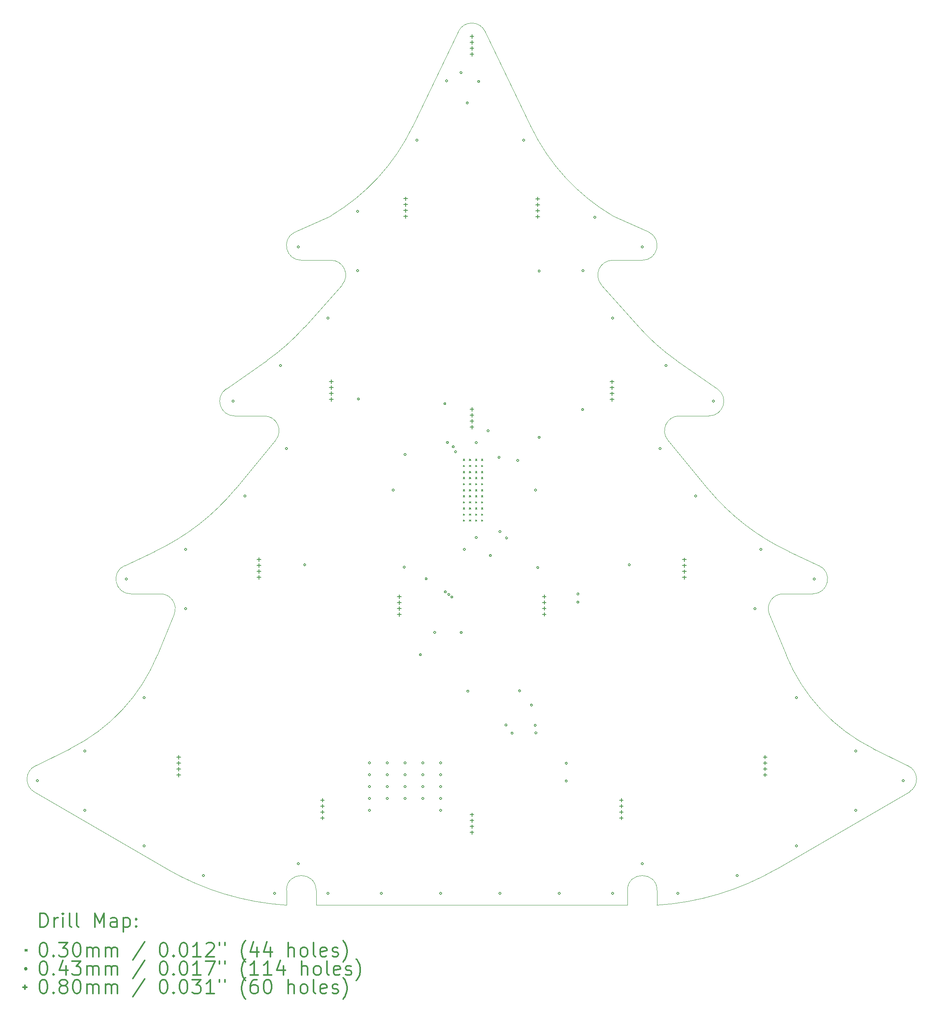
<source format=gbr>
%FSLAX45Y45*%
G04 Gerber Fmt 4.5, Leading zero omitted, Abs format (unit mm)*
G04 Created by KiCad (PCBNEW (2017-08-01 revision 9cbcb3224)-makepkg) date 08/23/17 20:39:25*
%MOMM*%
%LPD*%
G01*
G04 APERTURE LIST*
%ADD10C,0.100000*%
%ADD11C,0.200000*%
%ADD12C,0.300000*%
G04 APERTURE END LIST*
D10*
X7239696Y-9215229D02*
G75*
G02X6442630Y-9922993I-3397946J3023979D01*
G01*
X5565207Y-10534523D02*
X6442630Y-9922993D01*
X5746750Y-11112500D02*
G75*
G02X5565207Y-10534523I0J317500D01*
G01*
X6381750Y-11112500D02*
X5746750Y-11112500D01*
X6858000Y-21272500D02*
G75*
G02X7493000Y-21272500I317500J0D01*
G01*
X7493000Y-21590000D02*
X7493000Y-21272500D01*
X1459714Y-19165758D02*
G75*
G02X1478736Y-18606536I159536J274508D01*
G01*
X4302743Y-20818045D02*
X1459714Y-19165758D01*
X13843000Y-6826250D02*
G75*
G02X12096750Y-4921250I2275965J3839165D01*
G01*
X11114668Y-2882424D02*
X12096750Y-4921250D01*
X14160500Y-21590000D02*
X7493000Y-21590000D01*
X14160500Y-21272500D02*
X14160500Y-21590000D01*
X16088293Y-10534523D02*
G75*
G02X15906750Y-11112500I-181543J-260478D01*
G01*
X15210870Y-9922993D02*
X16088293Y-10534523D01*
X15026713Y-11631899D02*
G75*
G02X15271750Y-11112500I245037J201899D01*
G01*
X15906750Y-11112500D02*
X15271750Y-11112500D01*
X4092471Y-16237419D02*
G75*
G02X2223191Y-18239128I-3584471J1473669D01*
G01*
X1478736Y-18606536D02*
X2223191Y-18239128D01*
X7175500Y-7778750D02*
G75*
G02X7030429Y-7178831I0J317500D01*
G01*
X7810500Y-7778750D02*
X7175500Y-7778750D01*
X17200599Y-15360728D02*
G75*
G02X17494250Y-14922500I293651J120728D01*
G01*
X18129250Y-14922500D02*
X17494250Y-14922500D01*
X6858000Y-21590000D02*
G75*
G02X4302743Y-20818045I371285J5844064D01*
G01*
X6858000Y-21272500D02*
X6858000Y-21590000D01*
X9556750Y-4921250D02*
G75*
G02X7810500Y-6826250I-4022215J1934166D01*
G01*
X7030429Y-7178831D02*
X7810500Y-6826250D01*
X14623071Y-7178831D02*
G75*
G02X14478000Y-7778750I-145071J-282419D01*
G01*
X13843000Y-6826250D02*
X14623071Y-7178831D01*
X13605822Y-8307325D02*
G75*
G02X13843000Y-7778750I237178J211075D01*
G01*
X14478000Y-7778750D02*
X13843000Y-7778750D01*
X10538832Y-2882424D02*
G75*
G02X11114668Y-2882424I287918J-133826D01*
G01*
X9556750Y-4921250D02*
X10538832Y-2882424D01*
X19430309Y-18239128D02*
G75*
G02X17561029Y-16237419I1715191J3475378D01*
G01*
X17200599Y-15360728D02*
X17561029Y-16237419D01*
X17617768Y-14015309D02*
G75*
G02X15881011Y-12668730I2113116J4518686D01*
G01*
X15026713Y-11631899D02*
X15881011Y-12668730D01*
X18263746Y-14317394D02*
G75*
G02X18129250Y-14922500I-134496J-287606D01*
G01*
X17617768Y-14015309D02*
X18263746Y-14317394D01*
X17350757Y-20818045D02*
G75*
G02X14795500Y-21590000I-2926541J5072109D01*
G01*
X20193786Y-19165758D02*
X17350757Y-20818045D01*
X6381750Y-11112500D02*
G75*
G02X6626787Y-11631899I0J-317500D01*
G01*
X5772489Y-12668730D02*
X6626787Y-11631899D01*
X7810500Y-7778750D02*
G75*
G02X8047678Y-8307325I0J-317500D01*
G01*
X7239696Y-9215229D02*
X8047678Y-8307325D01*
X15210870Y-9922993D02*
G75*
G02X14413804Y-9215229I2600880J3731743D01*
G01*
X13605822Y-8307325D02*
X14413804Y-9215229D01*
X14160500Y-21272500D02*
G75*
G02X14795500Y-21272500I317500J0D01*
G01*
X14795500Y-21590000D02*
X14795500Y-21272500D01*
X20174764Y-18606536D02*
G75*
G02X20193786Y-19165758I-140514J-284714D01*
G01*
X19430309Y-18239128D02*
X20174764Y-18606536D01*
X4159250Y-14922500D02*
G75*
G02X4452901Y-15360728I0J-317500D01*
G01*
X4092471Y-16237419D02*
X4452901Y-15360728D01*
X3524250Y-14922500D02*
G75*
G02X3389754Y-14317394I0J317500D01*
G01*
X4159250Y-14922500D02*
X3524250Y-14922500D01*
X5772489Y-12668730D02*
G75*
G02X4035732Y-14015309I-3849873J3172106D01*
G01*
X3389754Y-14317394D02*
X4035732Y-14015309D01*
D11*
X10645758Y-12038261D02*
X10675758Y-12068261D01*
X10675758Y-12038261D02*
X10645758Y-12068261D01*
X10645758Y-12168261D02*
X10675758Y-12198261D01*
X10675758Y-12168261D02*
X10645758Y-12198261D01*
X10645758Y-12298261D02*
X10675758Y-12328261D01*
X10675758Y-12298261D02*
X10645758Y-12328261D01*
X10645758Y-12428261D02*
X10675758Y-12458261D01*
X10675758Y-12428261D02*
X10645758Y-12458261D01*
X10645758Y-12558261D02*
X10675758Y-12588261D01*
X10675758Y-12558261D02*
X10645758Y-12588261D01*
X10645758Y-12688261D02*
X10675758Y-12718261D01*
X10675758Y-12688261D02*
X10645758Y-12718261D01*
X10645758Y-12818261D02*
X10675758Y-12848261D01*
X10675758Y-12818261D02*
X10645758Y-12848261D01*
X10645758Y-12948261D02*
X10675758Y-12978261D01*
X10675758Y-12948261D02*
X10645758Y-12978261D01*
X10645758Y-13078261D02*
X10675758Y-13108261D01*
X10675758Y-13078261D02*
X10645758Y-13108261D01*
X10645758Y-13208261D02*
X10675758Y-13238261D01*
X10675758Y-13208261D02*
X10645758Y-13238261D01*
X10645758Y-13338261D02*
X10675758Y-13368261D01*
X10675758Y-13338261D02*
X10645758Y-13368261D01*
X10775758Y-12038261D02*
X10805758Y-12068261D01*
X10805758Y-12038261D02*
X10775758Y-12068261D01*
X10775758Y-12168261D02*
X10805758Y-12198261D01*
X10805758Y-12168261D02*
X10775758Y-12198261D01*
X10775758Y-12298261D02*
X10805758Y-12328261D01*
X10805758Y-12298261D02*
X10775758Y-12328261D01*
X10775758Y-12428261D02*
X10805758Y-12458261D01*
X10805758Y-12428261D02*
X10775758Y-12458261D01*
X10775758Y-12558261D02*
X10805758Y-12588261D01*
X10805758Y-12558261D02*
X10775758Y-12588261D01*
X10775758Y-12688261D02*
X10805758Y-12718261D01*
X10805758Y-12688261D02*
X10775758Y-12718261D01*
X10775758Y-12818261D02*
X10805758Y-12848261D01*
X10805758Y-12818261D02*
X10775758Y-12848261D01*
X10775758Y-12948261D02*
X10805758Y-12978261D01*
X10805758Y-12948261D02*
X10775758Y-12978261D01*
X10775758Y-13078261D02*
X10805758Y-13108261D01*
X10805758Y-13078261D02*
X10775758Y-13108261D01*
X10775758Y-13208261D02*
X10805758Y-13238261D01*
X10805758Y-13208261D02*
X10775758Y-13238261D01*
X10775758Y-13338261D02*
X10805758Y-13368261D01*
X10805758Y-13338261D02*
X10775758Y-13368261D01*
X10905758Y-12038261D02*
X10935758Y-12068261D01*
X10935758Y-12038261D02*
X10905758Y-12068261D01*
X10905758Y-12168261D02*
X10935758Y-12198261D01*
X10935758Y-12168261D02*
X10905758Y-12198261D01*
X10905758Y-12298261D02*
X10935758Y-12328261D01*
X10935758Y-12298261D02*
X10905758Y-12328261D01*
X10905758Y-12428261D02*
X10935758Y-12458261D01*
X10935758Y-12428261D02*
X10905758Y-12458261D01*
X10905758Y-12558261D02*
X10935758Y-12588261D01*
X10935758Y-12558261D02*
X10905758Y-12588261D01*
X10905758Y-12688261D02*
X10935758Y-12718261D01*
X10935758Y-12688261D02*
X10905758Y-12718261D01*
X10905758Y-12818261D02*
X10935758Y-12848261D01*
X10935758Y-12818261D02*
X10905758Y-12848261D01*
X10905758Y-12948261D02*
X10935758Y-12978261D01*
X10935758Y-12948261D02*
X10905758Y-12978261D01*
X10905758Y-13078261D02*
X10935758Y-13108261D01*
X10935758Y-13078261D02*
X10905758Y-13108261D01*
X10905758Y-13208261D02*
X10935758Y-13238261D01*
X10935758Y-13208261D02*
X10905758Y-13238261D01*
X10905758Y-13338261D02*
X10935758Y-13368261D01*
X10935758Y-13338261D02*
X10905758Y-13368261D01*
X11035758Y-12038261D02*
X11065758Y-12068261D01*
X11065758Y-12038261D02*
X11035758Y-12068261D01*
X11035758Y-12168261D02*
X11065758Y-12198261D01*
X11065758Y-12168261D02*
X11035758Y-12198261D01*
X11035758Y-12298261D02*
X11065758Y-12328261D01*
X11065758Y-12298261D02*
X11035758Y-12328261D01*
X11035758Y-12428261D02*
X11065758Y-12458261D01*
X11065758Y-12428261D02*
X11035758Y-12458261D01*
X11035758Y-12558261D02*
X11065758Y-12588261D01*
X11065758Y-12558261D02*
X11035758Y-12588261D01*
X11035758Y-12688261D02*
X11065758Y-12718261D01*
X11065758Y-12688261D02*
X11035758Y-12718261D01*
X11035758Y-12818261D02*
X11065758Y-12848261D01*
X11065758Y-12818261D02*
X11035758Y-12848261D01*
X11035758Y-12948261D02*
X11065758Y-12978261D01*
X11065758Y-12948261D02*
X11035758Y-12978261D01*
X11035758Y-13078261D02*
X11065758Y-13108261D01*
X11065758Y-13078261D02*
X11035758Y-13108261D01*
X11035758Y-13208261D02*
X11065758Y-13238261D01*
X11065758Y-13208261D02*
X11035758Y-13238261D01*
X11035758Y-13338261D02*
X11065758Y-13368261D01*
X11065758Y-13338261D02*
X11035758Y-13368261D01*
X9746600Y-16225000D02*
G75*
G03X9746600Y-16225000I-21600J0D01*
G01*
X10054600Y-15748000D02*
G75*
G03X10054600Y-15748000I-21600J0D01*
G01*
X10281600Y-14880000D02*
G75*
G03X10281600Y-14880000I-21600J0D01*
G01*
X10326900Y-11680000D02*
G75*
G03X10326900Y-11680000I-21600J0D01*
G01*
X10356300Y-14935840D02*
G75*
G03X10356300Y-14935840I-21600J0D01*
G01*
X10421600Y-14990000D02*
G75*
G03X10421600Y-14990000I-21600J0D01*
G01*
X10450426Y-11771174D02*
G75*
G03X10450426Y-11771174I-21600J0D01*
G01*
X10501600Y-11880000D02*
G75*
G03X10501600Y-11880000I-21600J0D01*
G01*
X10617601Y-3760000D02*
G75*
G03X10617601Y-3760000I-21600J0D01*
G01*
X10621600Y-15750000D02*
G75*
G03X10621600Y-15750000I-21600J0D01*
G01*
X10751600Y-4410000D02*
G75*
G03X10751600Y-4410000I-21600J0D01*
G01*
X10764251Y-17007350D02*
G75*
G03X10764251Y-17007350I-21600J0D01*
G01*
X10996600Y-3950000D02*
G75*
G03X10996600Y-3950000I-21600J0D01*
G01*
X11431600Y-12000000D02*
G75*
G03X11431600Y-12000000I-21600J0D01*
G01*
X11451600Y-13589000D02*
G75*
G03X11451600Y-13589000I-21600J0D01*
G01*
X11580425Y-17731175D02*
G75*
G03X11580425Y-17731175I-21600J0D01*
G01*
X11711600Y-17905000D02*
G75*
G03X11711600Y-17905000I-21600J0D01*
G01*
X11832600Y-12065000D02*
G75*
G03X11832600Y-12065000I-21600J0D01*
G01*
X11871600Y-17000000D02*
G75*
G03X11871600Y-17000000I-21600J0D01*
G01*
X12207017Y-17738262D02*
G75*
G03X12207017Y-17738262I-21600J0D01*
G01*
X12221600Y-17900000D02*
G75*
G03X12221600Y-17900000I-21600J0D01*
G01*
X12871600Y-18550000D02*
G75*
G03X12871600Y-18550000I-21600J0D01*
G01*
X12871600Y-18930000D02*
G75*
G03X12871600Y-18930000I-21600J0D01*
G01*
X13121600Y-14925000D02*
G75*
G03X13121600Y-14925000I-21600J0D01*
G01*
X13121600Y-15100000D02*
G75*
G03X13121600Y-15100000I-21600J0D01*
G01*
X14221600Y-14300000D02*
G75*
G03X14221600Y-14300000I-21600J0D01*
G01*
X13864600Y-9017000D02*
G75*
G03X13864600Y-9017000I-21600J0D01*
G01*
X15642600Y-12827000D02*
G75*
G03X15642600Y-12827000I-21600J0D01*
G01*
X9038600Y-18542000D02*
G75*
G03X9038600Y-18542000I-21600J0D01*
G01*
X17801600Y-17145000D02*
G75*
G03X17801600Y-17145000I-21600J0D01*
G01*
X9419600Y-19050000D02*
G75*
G03X9419600Y-19050000I-21600J0D01*
G01*
X10181600Y-19050000D02*
G75*
G03X10181600Y-19050000I-21600J0D01*
G01*
X19071600Y-19558000D02*
G75*
G03X19071600Y-19558000I-21600J0D01*
G01*
X9800600Y-18542000D02*
G75*
G03X9800600Y-18542000I-21600J0D01*
G01*
X14499600Y-20701000D02*
G75*
G03X14499600Y-20701000I-21600J0D01*
G01*
X8657600Y-19558000D02*
G75*
G03X8657600Y-19558000I-21600J0D01*
G01*
X10181600Y-21336000D02*
G75*
G03X10181600Y-21336000I-21600J0D01*
G01*
X3831600Y-20320000D02*
G75*
G03X3831600Y-20320000I-21600J0D01*
G01*
X3831600Y-17145000D02*
G75*
G03X3831600Y-17145000I-21600J0D01*
G01*
X10271600Y-10850000D02*
G75*
G03X10271600Y-10850000I-21600J0D01*
G01*
X11246600Y-14100000D02*
G75*
G03X11246600Y-14100000I-21600J0D01*
G01*
X9401600Y-14350000D02*
G75*
G03X9401600Y-14350000I-21600J0D01*
G01*
X9165600Y-12700000D02*
G75*
G03X9165600Y-12700000I-21600J0D01*
G01*
X4720600Y-15240000D02*
G75*
G03X4720600Y-15240000I-21600J0D01*
G01*
X6879600Y-11811000D02*
G75*
G03X6879600Y-11811000I-21600J0D01*
G01*
X8403600Y-8001000D02*
G75*
G03X8403600Y-8001000I-21600J0D01*
G01*
X10308600Y-3937000D02*
G75*
G03X10308600Y-3937000I-21600J0D01*
G01*
X9800600Y-19304000D02*
G75*
G03X9800600Y-19304000I-21600J0D01*
G01*
X12126600Y-17305000D02*
G75*
G03X12126600Y-17305000I-21600J0D01*
G01*
X13229600Y-8001000D02*
G75*
G03X13229600Y-8001000I-21600J0D01*
G01*
X14880600Y-11811000D02*
G75*
G03X14880600Y-11811000I-21600J0D01*
G01*
X10181600Y-19304000D02*
G75*
G03X10181600Y-19304000I-21600J0D01*
G01*
X16912600Y-15240000D02*
G75*
G03X16912600Y-15240000I-21600J0D01*
G01*
X9800600Y-18796000D02*
G75*
G03X9800600Y-18796000I-21600J0D01*
G01*
X9800600Y-19050000D02*
G75*
G03X9800600Y-19050000I-21600J0D01*
G01*
X20087600Y-18923000D02*
G75*
G03X20087600Y-18923000I-21600J0D01*
G01*
X10181600Y-18542000D02*
G75*
G03X10181600Y-18542000I-21600J0D01*
G01*
X15261600Y-21336000D02*
G75*
G03X15261600Y-21336000I-21600J0D01*
G01*
X8657600Y-18542000D02*
G75*
G03X8657600Y-18542000I-21600J0D01*
G01*
X11451600Y-21336000D02*
G75*
G03X11451600Y-21336000I-21600J0D01*
G01*
X5101600Y-20955000D02*
G75*
G03X5101600Y-20955000I-21600J0D01*
G01*
X7133600Y-20701000D02*
G75*
G03X7133600Y-20701000I-21600J0D01*
G01*
X2561600Y-18288000D02*
G75*
G03X2561600Y-18288000I-21600J0D01*
G01*
X8421600Y-10750000D02*
G75*
G03X8421600Y-10750000I-21600J0D01*
G01*
X11591600Y-13725000D02*
G75*
G03X11591600Y-13725000I-21600J0D01*
G01*
X10943600Y-11684000D02*
G75*
G03X10943600Y-11684000I-21600J0D01*
G01*
X12213600Y-12700000D02*
G75*
G03X12213600Y-12700000I-21600J0D01*
G01*
X5990600Y-12827000D02*
G75*
G03X5990600Y-12827000I-21600J0D01*
G01*
X7768600Y-9017000D02*
G75*
G03X7768600Y-9017000I-21600J0D01*
G01*
X9673600Y-5207000D02*
G75*
G03X9673600Y-5207000I-21600J0D01*
G01*
X9038600Y-19304000D02*
G75*
G03X9038600Y-19304000I-21600J0D01*
G01*
X14499600Y-7493000D02*
G75*
G03X14499600Y-7493000I-21600J0D01*
G01*
X16023600Y-10795000D02*
G75*
G03X16023600Y-10795000I-21600J0D01*
G01*
X18182600Y-14605000D02*
G75*
G03X18182600Y-14605000I-21600J0D01*
G01*
X9038600Y-18796000D02*
G75*
G03X9038600Y-18796000I-21600J0D01*
G01*
X9038600Y-19050000D02*
G75*
G03X9038600Y-19050000I-21600J0D01*
G01*
X19071600Y-18288000D02*
G75*
G03X19071600Y-18288000I-21600J0D01*
G01*
X10181600Y-18796000D02*
G75*
G03X10181600Y-18796000I-21600J0D01*
G01*
X16531600Y-20955000D02*
G75*
G03X16531600Y-20955000I-21600J0D01*
G01*
X8657600Y-18796000D02*
G75*
G03X8657600Y-18796000I-21600J0D01*
G01*
X12721600Y-21336000D02*
G75*
G03X12721600Y-21336000I-21600J0D01*
G01*
X10181600Y-19558000D02*
G75*
G03X10181600Y-19558000I-21600J0D01*
G01*
X7768600Y-21336000D02*
G75*
G03X7768600Y-21336000I-21600J0D01*
G01*
X1545600Y-18923000D02*
G75*
G03X1545600Y-18923000I-21600J0D01*
G01*
X7271600Y-14300000D02*
G75*
G03X7271600Y-14300000I-21600J0D01*
G01*
X10943600Y-13716000D02*
G75*
G03X10943600Y-13716000I-21600J0D01*
G01*
X12291600Y-8010000D02*
G75*
G03X12291600Y-8010000I-21600J0D01*
G01*
X12291600Y-11570000D02*
G75*
G03X12291600Y-11570000I-21600J0D01*
G01*
X11197600Y-11430000D02*
G75*
G03X11197600Y-11430000I-21600J0D01*
G01*
X4720600Y-13970000D02*
G75*
G03X4720600Y-13970000I-21600J0D01*
G01*
X6752600Y-10033000D02*
G75*
G03X6752600Y-10033000I-21600J0D01*
G01*
X8403600Y-6731000D02*
G75*
G03X8403600Y-6731000I-21600J0D01*
G01*
X8657600Y-19304000D02*
G75*
G03X8657600Y-19304000I-21600J0D01*
G01*
X13483600Y-6858000D02*
G75*
G03X13483600Y-6858000I-21600J0D01*
G01*
X15007600Y-10033000D02*
G75*
G03X15007600Y-10033000I-21600J0D01*
G01*
X17039600Y-13970000D02*
G75*
G03X17039600Y-13970000I-21600J0D01*
G01*
X9419600Y-19304000D02*
G75*
G03X9419600Y-19304000I-21600J0D01*
G01*
X9419600Y-18796000D02*
G75*
G03X9419600Y-18796000I-21600J0D01*
G01*
X8657600Y-19050000D02*
G75*
G03X8657600Y-19050000I-21600J0D01*
G01*
X17801600Y-20320000D02*
G75*
G03X17801600Y-20320000I-21600J0D01*
G01*
X9419600Y-18542000D02*
G75*
G03X9419600Y-18542000I-21600J0D01*
G01*
X13864600Y-21336000D02*
G75*
G03X13864600Y-21336000I-21600J0D01*
G01*
X8911600Y-21336000D02*
G75*
G03X8911600Y-21336000I-21600J0D01*
G01*
X2561600Y-19558000D02*
G75*
G03X2561600Y-19558000I-21600J0D01*
G01*
X9871600Y-14600000D02*
G75*
G03X9871600Y-14600000I-21600J0D01*
G01*
X13221600Y-10975000D02*
G75*
G03X13221600Y-10975000I-21600J0D01*
G01*
X10689600Y-13970000D02*
G75*
G03X10689600Y-13970000I-21600J0D01*
G01*
X12261600Y-14360000D02*
G75*
G03X12261600Y-14360000I-21600J0D01*
G01*
X9419600Y-11938000D02*
G75*
G03X9419600Y-11938000I-21600J0D01*
G01*
X3450600Y-14605000D02*
G75*
G03X3450600Y-14605000I-21600J0D01*
G01*
X5736600Y-10795000D02*
G75*
G03X5736600Y-10795000I-21600J0D01*
G01*
X7133600Y-7493000D02*
G75*
G03X7133600Y-7493000I-21600J0D01*
G01*
X6625600Y-21336000D02*
G75*
G03X6625600Y-21336000I-21600J0D01*
G01*
X11959600Y-5207000D02*
G75*
G03X11959600Y-5207000I-21600J0D01*
G01*
X6268109Y-14145900D02*
X6268109Y-14225900D01*
X6228109Y-14185900D02*
X6308109Y-14185900D01*
X6268109Y-14272900D02*
X6268109Y-14352900D01*
X6228109Y-14312900D02*
X6308109Y-14312900D01*
X6268109Y-14399900D02*
X6268109Y-14479900D01*
X6228109Y-14439900D02*
X6308109Y-14439900D01*
X6268109Y-14526900D02*
X6268109Y-14606900D01*
X6228109Y-14566900D02*
X6308109Y-14566900D01*
X10830000Y-2944050D02*
X10830000Y-3024050D01*
X10790000Y-2984050D02*
X10870000Y-2984050D01*
X10830000Y-3071050D02*
X10830000Y-3151050D01*
X10790000Y-3111050D02*
X10870000Y-3111050D01*
X10830000Y-3198050D02*
X10830000Y-3278050D01*
X10790000Y-3238050D02*
X10870000Y-3238050D01*
X10830000Y-3325050D02*
X10830000Y-3405050D01*
X10790000Y-3365050D02*
X10870000Y-3365050D01*
X10830000Y-19609500D02*
X10830000Y-19689500D01*
X10790000Y-19649500D02*
X10870000Y-19649500D01*
X10830000Y-19736500D02*
X10830000Y-19816500D01*
X10790000Y-19776500D02*
X10870000Y-19776500D01*
X10830000Y-19863500D02*
X10830000Y-19943500D01*
X10790000Y-19903500D02*
X10870000Y-19903500D01*
X10830000Y-19990500D02*
X10830000Y-20070500D01*
X10790000Y-20030500D02*
X10870000Y-20030500D01*
X4550110Y-18379950D02*
X4550110Y-18459950D01*
X4510110Y-18419950D02*
X4590110Y-18419950D01*
X4550110Y-18506950D02*
X4550110Y-18586950D01*
X4510110Y-18546950D02*
X4590110Y-18546950D01*
X4550110Y-18633950D02*
X4550110Y-18713950D01*
X4510110Y-18673950D02*
X4590110Y-18673950D01*
X4550110Y-18760950D02*
X4550110Y-18840950D01*
X4510110Y-18800950D02*
X4590110Y-18800950D01*
X13830000Y-10339500D02*
X13830000Y-10419500D01*
X13790000Y-10379500D02*
X13870000Y-10379500D01*
X13830000Y-10466500D02*
X13830000Y-10546500D01*
X13790000Y-10506500D02*
X13870000Y-10506500D01*
X13830000Y-10593500D02*
X13830000Y-10673500D01*
X13790000Y-10633500D02*
X13870000Y-10633500D01*
X13830000Y-10720500D02*
X13830000Y-10800500D01*
X13790000Y-10760500D02*
X13870000Y-10760500D01*
X12240000Y-6421550D02*
X12240000Y-6501550D01*
X12200000Y-6461550D02*
X12280000Y-6461550D01*
X12240000Y-6548550D02*
X12240000Y-6628550D01*
X12200000Y-6588550D02*
X12280000Y-6588550D01*
X12240000Y-6675550D02*
X12240000Y-6755550D01*
X12200000Y-6715550D02*
X12280000Y-6715550D01*
X12240000Y-6802550D02*
X12240000Y-6882550D01*
X12200000Y-6842550D02*
X12280000Y-6842550D01*
X10830000Y-10929500D02*
X10830000Y-11009500D01*
X10790000Y-10969500D02*
X10870000Y-10969500D01*
X10830000Y-11056500D02*
X10830000Y-11136500D01*
X10790000Y-11096500D02*
X10870000Y-11096500D01*
X10830000Y-11183500D02*
X10830000Y-11263500D01*
X10790000Y-11223500D02*
X10870000Y-11223500D01*
X10830000Y-11310500D02*
X10830000Y-11390500D01*
X10790000Y-11350500D02*
X10870000Y-11350500D01*
X15381309Y-14148450D02*
X15381309Y-14228450D01*
X15341309Y-14188450D02*
X15421309Y-14188450D01*
X15381309Y-14275450D02*
X15381309Y-14355450D01*
X15341309Y-14315450D02*
X15421309Y-14315450D01*
X15381309Y-14402450D02*
X15381309Y-14482450D01*
X15341309Y-14442450D02*
X15421309Y-14442450D01*
X15381309Y-14529450D02*
X15381309Y-14609450D01*
X15341309Y-14569450D02*
X15421309Y-14569450D01*
X17110000Y-18376000D02*
X17110000Y-18456000D01*
X17070000Y-18416000D02*
X17150000Y-18416000D01*
X17110000Y-18503000D02*
X17110000Y-18583000D01*
X17070000Y-18543000D02*
X17150000Y-18543000D01*
X17110000Y-18630000D02*
X17110000Y-18710000D01*
X17070000Y-18670000D02*
X17150000Y-18670000D01*
X17110000Y-18757000D02*
X17110000Y-18837000D01*
X17070000Y-18797000D02*
X17150000Y-18797000D01*
X7820000Y-10335900D02*
X7820000Y-10415900D01*
X7780000Y-10375900D02*
X7860000Y-10375900D01*
X7820000Y-10462900D02*
X7820000Y-10542900D01*
X7780000Y-10502900D02*
X7860000Y-10502900D01*
X7820000Y-10589900D02*
X7820000Y-10669900D01*
X7780000Y-10629900D02*
X7860000Y-10629900D01*
X7820000Y-10716900D02*
X7820000Y-10796900D01*
X7780000Y-10756900D02*
X7860000Y-10756900D01*
X9410000Y-6419500D02*
X9410000Y-6499500D01*
X9370000Y-6459500D02*
X9450000Y-6459500D01*
X9410000Y-6546500D02*
X9410000Y-6626500D01*
X9370000Y-6586500D02*
X9450000Y-6586500D01*
X9410000Y-6673500D02*
X9410000Y-6753500D01*
X9370000Y-6713500D02*
X9450000Y-6713500D01*
X9410000Y-6800500D02*
X9410000Y-6880500D01*
X9370000Y-6840500D02*
X9450000Y-6840500D01*
X7630000Y-19299500D02*
X7630000Y-19379500D01*
X7590000Y-19339500D02*
X7670000Y-19339500D01*
X7630000Y-19426500D02*
X7630000Y-19506500D01*
X7590000Y-19466500D02*
X7670000Y-19466500D01*
X7630000Y-19553500D02*
X7630000Y-19633500D01*
X7590000Y-19593500D02*
X7670000Y-19593500D01*
X7630000Y-19680500D02*
X7630000Y-19760500D01*
X7590000Y-19720500D02*
X7670000Y-19720500D01*
X12380000Y-14939500D02*
X12380000Y-15019500D01*
X12340000Y-14979500D02*
X12420000Y-14979500D01*
X12380000Y-15066500D02*
X12380000Y-15146500D01*
X12340000Y-15106500D02*
X12420000Y-15106500D01*
X12380000Y-15193500D02*
X12380000Y-15273500D01*
X12340000Y-15233500D02*
X12420000Y-15233500D01*
X12380000Y-15320500D02*
X12380000Y-15400500D01*
X12340000Y-15360500D02*
X12420000Y-15360500D01*
X14030000Y-19299500D02*
X14030000Y-19379500D01*
X13990000Y-19339500D02*
X14070000Y-19339500D01*
X14030000Y-19426500D02*
X14030000Y-19506500D01*
X13990000Y-19466500D02*
X14070000Y-19466500D01*
X14030000Y-19553500D02*
X14030000Y-19633500D01*
X13990000Y-19593500D02*
X14070000Y-19593500D01*
X14030000Y-19680500D02*
X14030000Y-19760500D01*
X13990000Y-19720500D02*
X14070000Y-19720500D01*
X9274200Y-14943500D02*
X9274200Y-15023500D01*
X9234200Y-14983500D02*
X9314200Y-14983500D01*
X9274200Y-15070500D02*
X9274200Y-15150500D01*
X9234200Y-15110500D02*
X9314200Y-15110500D01*
X9274200Y-15197500D02*
X9274200Y-15277500D01*
X9234200Y-15237500D02*
X9314200Y-15237500D01*
X9274200Y-15324500D02*
X9274200Y-15404500D01*
X9234200Y-15364500D02*
X9314200Y-15364500D01*
D12*
X1583178Y-22060714D02*
X1583178Y-21760714D01*
X1654607Y-21760714D01*
X1697464Y-21775000D01*
X1726036Y-21803572D01*
X1740321Y-21832143D01*
X1754607Y-21889286D01*
X1754607Y-21932143D01*
X1740321Y-21989286D01*
X1726036Y-22017857D01*
X1697464Y-22046429D01*
X1654607Y-22060714D01*
X1583178Y-22060714D01*
X1883178Y-22060714D02*
X1883178Y-21860714D01*
X1883178Y-21917857D02*
X1897464Y-21889286D01*
X1911750Y-21875000D01*
X1940321Y-21860714D01*
X1968893Y-21860714D01*
X2068893Y-22060714D02*
X2068893Y-21860714D01*
X2068893Y-21760714D02*
X2054607Y-21775000D01*
X2068893Y-21789286D01*
X2083178Y-21775000D01*
X2068893Y-21760714D01*
X2068893Y-21789286D01*
X2254607Y-22060714D02*
X2226036Y-22046429D01*
X2211750Y-22017857D01*
X2211750Y-21760714D01*
X2411750Y-22060714D02*
X2383178Y-22046429D01*
X2368893Y-22017857D01*
X2368893Y-21760714D01*
X2754607Y-22060714D02*
X2754607Y-21760714D01*
X2854607Y-21975000D01*
X2954607Y-21760714D01*
X2954607Y-22060714D01*
X3226036Y-22060714D02*
X3226036Y-21903572D01*
X3211750Y-21875000D01*
X3183178Y-21860714D01*
X3126036Y-21860714D01*
X3097464Y-21875000D01*
X3226036Y-22046429D02*
X3197464Y-22060714D01*
X3126036Y-22060714D01*
X3097464Y-22046429D01*
X3083178Y-22017857D01*
X3083178Y-21989286D01*
X3097464Y-21960714D01*
X3126036Y-21946429D01*
X3197464Y-21946429D01*
X3226036Y-21932143D01*
X3368893Y-21860714D02*
X3368893Y-22160714D01*
X3368893Y-21875000D02*
X3397464Y-21860714D01*
X3454607Y-21860714D01*
X3483178Y-21875000D01*
X3497464Y-21889286D01*
X3511750Y-21917857D01*
X3511750Y-22003572D01*
X3497464Y-22032143D01*
X3483178Y-22046429D01*
X3454607Y-22060714D01*
X3397464Y-22060714D01*
X3368893Y-22046429D01*
X3640321Y-22032143D02*
X3654607Y-22046429D01*
X3640321Y-22060714D01*
X3626036Y-22046429D01*
X3640321Y-22032143D01*
X3640321Y-22060714D01*
X3640321Y-21875000D02*
X3654607Y-21889286D01*
X3640321Y-21903572D01*
X3626036Y-21889286D01*
X3640321Y-21875000D01*
X3640321Y-21903572D01*
X1266750Y-22540000D02*
X1296750Y-22570000D01*
X1296750Y-22540000D02*
X1266750Y-22570000D01*
X1640321Y-22390714D02*
X1668893Y-22390714D01*
X1697464Y-22405000D01*
X1711750Y-22419286D01*
X1726036Y-22447857D01*
X1740321Y-22505000D01*
X1740321Y-22576429D01*
X1726036Y-22633571D01*
X1711750Y-22662143D01*
X1697464Y-22676429D01*
X1668893Y-22690714D01*
X1640321Y-22690714D01*
X1611750Y-22676429D01*
X1597464Y-22662143D01*
X1583178Y-22633571D01*
X1568893Y-22576429D01*
X1568893Y-22505000D01*
X1583178Y-22447857D01*
X1597464Y-22419286D01*
X1611750Y-22405000D01*
X1640321Y-22390714D01*
X1868893Y-22662143D02*
X1883178Y-22676429D01*
X1868893Y-22690714D01*
X1854607Y-22676429D01*
X1868893Y-22662143D01*
X1868893Y-22690714D01*
X1983178Y-22390714D02*
X2168893Y-22390714D01*
X2068893Y-22505000D01*
X2111750Y-22505000D01*
X2140321Y-22519286D01*
X2154607Y-22533571D01*
X2168893Y-22562143D01*
X2168893Y-22633571D01*
X2154607Y-22662143D01*
X2140321Y-22676429D01*
X2111750Y-22690714D01*
X2026036Y-22690714D01*
X1997464Y-22676429D01*
X1983178Y-22662143D01*
X2354607Y-22390714D02*
X2383178Y-22390714D01*
X2411750Y-22405000D01*
X2426036Y-22419286D01*
X2440321Y-22447857D01*
X2454607Y-22505000D01*
X2454607Y-22576429D01*
X2440321Y-22633571D01*
X2426036Y-22662143D01*
X2411750Y-22676429D01*
X2383178Y-22690714D01*
X2354607Y-22690714D01*
X2326036Y-22676429D01*
X2311750Y-22662143D01*
X2297464Y-22633571D01*
X2283178Y-22576429D01*
X2283178Y-22505000D01*
X2297464Y-22447857D01*
X2311750Y-22419286D01*
X2326036Y-22405000D01*
X2354607Y-22390714D01*
X2583178Y-22690714D02*
X2583178Y-22490714D01*
X2583178Y-22519286D02*
X2597464Y-22505000D01*
X2626036Y-22490714D01*
X2668893Y-22490714D01*
X2697464Y-22505000D01*
X2711750Y-22533571D01*
X2711750Y-22690714D01*
X2711750Y-22533571D02*
X2726036Y-22505000D01*
X2754607Y-22490714D01*
X2797464Y-22490714D01*
X2826036Y-22505000D01*
X2840321Y-22533571D01*
X2840321Y-22690714D01*
X2983178Y-22690714D02*
X2983178Y-22490714D01*
X2983178Y-22519286D02*
X2997464Y-22505000D01*
X3026036Y-22490714D01*
X3068893Y-22490714D01*
X3097464Y-22505000D01*
X3111750Y-22533571D01*
X3111750Y-22690714D01*
X3111750Y-22533571D02*
X3126036Y-22505000D01*
X3154607Y-22490714D01*
X3197464Y-22490714D01*
X3226036Y-22505000D01*
X3240321Y-22533571D01*
X3240321Y-22690714D01*
X3826036Y-22376429D02*
X3568893Y-22762143D01*
X4211750Y-22390714D02*
X4240321Y-22390714D01*
X4268893Y-22405000D01*
X4283178Y-22419286D01*
X4297464Y-22447857D01*
X4311750Y-22505000D01*
X4311750Y-22576429D01*
X4297464Y-22633571D01*
X4283178Y-22662143D01*
X4268893Y-22676429D01*
X4240321Y-22690714D01*
X4211750Y-22690714D01*
X4183178Y-22676429D01*
X4168893Y-22662143D01*
X4154607Y-22633571D01*
X4140321Y-22576429D01*
X4140321Y-22505000D01*
X4154607Y-22447857D01*
X4168893Y-22419286D01*
X4183178Y-22405000D01*
X4211750Y-22390714D01*
X4440321Y-22662143D02*
X4454607Y-22676429D01*
X4440321Y-22690714D01*
X4426036Y-22676429D01*
X4440321Y-22662143D01*
X4440321Y-22690714D01*
X4640321Y-22390714D02*
X4668893Y-22390714D01*
X4697464Y-22405000D01*
X4711750Y-22419286D01*
X4726036Y-22447857D01*
X4740321Y-22505000D01*
X4740321Y-22576429D01*
X4726036Y-22633571D01*
X4711750Y-22662143D01*
X4697464Y-22676429D01*
X4668893Y-22690714D01*
X4640321Y-22690714D01*
X4611750Y-22676429D01*
X4597464Y-22662143D01*
X4583178Y-22633571D01*
X4568893Y-22576429D01*
X4568893Y-22505000D01*
X4583178Y-22447857D01*
X4597464Y-22419286D01*
X4611750Y-22405000D01*
X4640321Y-22390714D01*
X5026036Y-22690714D02*
X4854607Y-22690714D01*
X4940321Y-22690714D02*
X4940321Y-22390714D01*
X4911750Y-22433571D01*
X4883178Y-22462143D01*
X4854607Y-22476429D01*
X5140321Y-22419286D02*
X5154607Y-22405000D01*
X5183178Y-22390714D01*
X5254607Y-22390714D01*
X5283178Y-22405000D01*
X5297464Y-22419286D01*
X5311750Y-22447857D01*
X5311750Y-22476429D01*
X5297464Y-22519286D01*
X5126036Y-22690714D01*
X5311750Y-22690714D01*
X5426036Y-22390714D02*
X5426036Y-22447857D01*
X5540321Y-22390714D02*
X5540321Y-22447857D01*
X5983178Y-22805000D02*
X5968893Y-22790714D01*
X5940321Y-22747857D01*
X5926036Y-22719286D01*
X5911750Y-22676429D01*
X5897464Y-22605000D01*
X5897464Y-22547857D01*
X5911750Y-22476429D01*
X5926036Y-22433571D01*
X5940321Y-22405000D01*
X5968893Y-22362143D01*
X5983178Y-22347857D01*
X6226036Y-22490714D02*
X6226036Y-22690714D01*
X6154607Y-22376429D02*
X6083178Y-22590714D01*
X6268893Y-22590714D01*
X6511750Y-22490714D02*
X6511750Y-22690714D01*
X6440321Y-22376429D02*
X6368893Y-22590714D01*
X6554607Y-22590714D01*
X6897464Y-22690714D02*
X6897464Y-22390714D01*
X7026036Y-22690714D02*
X7026036Y-22533571D01*
X7011750Y-22505000D01*
X6983178Y-22490714D01*
X6940321Y-22490714D01*
X6911750Y-22505000D01*
X6897464Y-22519286D01*
X7211750Y-22690714D02*
X7183178Y-22676429D01*
X7168893Y-22662143D01*
X7154607Y-22633571D01*
X7154607Y-22547857D01*
X7168893Y-22519286D01*
X7183178Y-22505000D01*
X7211750Y-22490714D01*
X7254607Y-22490714D01*
X7283178Y-22505000D01*
X7297464Y-22519286D01*
X7311750Y-22547857D01*
X7311750Y-22633571D01*
X7297464Y-22662143D01*
X7283178Y-22676429D01*
X7254607Y-22690714D01*
X7211750Y-22690714D01*
X7483178Y-22690714D02*
X7454607Y-22676429D01*
X7440321Y-22647857D01*
X7440321Y-22390714D01*
X7711750Y-22676429D02*
X7683178Y-22690714D01*
X7626036Y-22690714D01*
X7597464Y-22676429D01*
X7583178Y-22647857D01*
X7583178Y-22533571D01*
X7597464Y-22505000D01*
X7626036Y-22490714D01*
X7683178Y-22490714D01*
X7711750Y-22505000D01*
X7726036Y-22533571D01*
X7726036Y-22562143D01*
X7583178Y-22590714D01*
X7840321Y-22676429D02*
X7868893Y-22690714D01*
X7926036Y-22690714D01*
X7954607Y-22676429D01*
X7968893Y-22647857D01*
X7968893Y-22633571D01*
X7954607Y-22605000D01*
X7926036Y-22590714D01*
X7883178Y-22590714D01*
X7854607Y-22576429D01*
X7840321Y-22547857D01*
X7840321Y-22533571D01*
X7854607Y-22505000D01*
X7883178Y-22490714D01*
X7926036Y-22490714D01*
X7954607Y-22505000D01*
X8068893Y-22805000D02*
X8083178Y-22790714D01*
X8111750Y-22747857D01*
X8126036Y-22719286D01*
X8140321Y-22676429D01*
X8154607Y-22605000D01*
X8154607Y-22547857D01*
X8140321Y-22476429D01*
X8126036Y-22433571D01*
X8111750Y-22405000D01*
X8083178Y-22362143D01*
X8068893Y-22347857D01*
X1296750Y-22951000D02*
G75*
G03X1296750Y-22951000I-21600J0D01*
G01*
X1640321Y-22786714D02*
X1668893Y-22786714D01*
X1697464Y-22801000D01*
X1711750Y-22815286D01*
X1726036Y-22843857D01*
X1740321Y-22901000D01*
X1740321Y-22972429D01*
X1726036Y-23029571D01*
X1711750Y-23058143D01*
X1697464Y-23072429D01*
X1668893Y-23086714D01*
X1640321Y-23086714D01*
X1611750Y-23072429D01*
X1597464Y-23058143D01*
X1583178Y-23029571D01*
X1568893Y-22972429D01*
X1568893Y-22901000D01*
X1583178Y-22843857D01*
X1597464Y-22815286D01*
X1611750Y-22801000D01*
X1640321Y-22786714D01*
X1868893Y-23058143D02*
X1883178Y-23072429D01*
X1868893Y-23086714D01*
X1854607Y-23072429D01*
X1868893Y-23058143D01*
X1868893Y-23086714D01*
X2140321Y-22886714D02*
X2140321Y-23086714D01*
X2068893Y-22772429D02*
X1997464Y-22986714D01*
X2183178Y-22986714D01*
X2268893Y-22786714D02*
X2454607Y-22786714D01*
X2354607Y-22901000D01*
X2397464Y-22901000D01*
X2426036Y-22915286D01*
X2440321Y-22929571D01*
X2454607Y-22958143D01*
X2454607Y-23029571D01*
X2440321Y-23058143D01*
X2426036Y-23072429D01*
X2397464Y-23086714D01*
X2311750Y-23086714D01*
X2283178Y-23072429D01*
X2268893Y-23058143D01*
X2583178Y-23086714D02*
X2583178Y-22886714D01*
X2583178Y-22915286D02*
X2597464Y-22901000D01*
X2626036Y-22886714D01*
X2668893Y-22886714D01*
X2697464Y-22901000D01*
X2711750Y-22929571D01*
X2711750Y-23086714D01*
X2711750Y-22929571D02*
X2726036Y-22901000D01*
X2754607Y-22886714D01*
X2797464Y-22886714D01*
X2826036Y-22901000D01*
X2840321Y-22929571D01*
X2840321Y-23086714D01*
X2983178Y-23086714D02*
X2983178Y-22886714D01*
X2983178Y-22915286D02*
X2997464Y-22901000D01*
X3026036Y-22886714D01*
X3068893Y-22886714D01*
X3097464Y-22901000D01*
X3111750Y-22929571D01*
X3111750Y-23086714D01*
X3111750Y-22929571D02*
X3126036Y-22901000D01*
X3154607Y-22886714D01*
X3197464Y-22886714D01*
X3226036Y-22901000D01*
X3240321Y-22929571D01*
X3240321Y-23086714D01*
X3826036Y-22772429D02*
X3568893Y-23158143D01*
X4211750Y-22786714D02*
X4240321Y-22786714D01*
X4268893Y-22801000D01*
X4283178Y-22815286D01*
X4297464Y-22843857D01*
X4311750Y-22901000D01*
X4311750Y-22972429D01*
X4297464Y-23029571D01*
X4283178Y-23058143D01*
X4268893Y-23072429D01*
X4240321Y-23086714D01*
X4211750Y-23086714D01*
X4183178Y-23072429D01*
X4168893Y-23058143D01*
X4154607Y-23029571D01*
X4140321Y-22972429D01*
X4140321Y-22901000D01*
X4154607Y-22843857D01*
X4168893Y-22815286D01*
X4183178Y-22801000D01*
X4211750Y-22786714D01*
X4440321Y-23058143D02*
X4454607Y-23072429D01*
X4440321Y-23086714D01*
X4426036Y-23072429D01*
X4440321Y-23058143D01*
X4440321Y-23086714D01*
X4640321Y-22786714D02*
X4668893Y-22786714D01*
X4697464Y-22801000D01*
X4711750Y-22815286D01*
X4726036Y-22843857D01*
X4740321Y-22901000D01*
X4740321Y-22972429D01*
X4726036Y-23029571D01*
X4711750Y-23058143D01*
X4697464Y-23072429D01*
X4668893Y-23086714D01*
X4640321Y-23086714D01*
X4611750Y-23072429D01*
X4597464Y-23058143D01*
X4583178Y-23029571D01*
X4568893Y-22972429D01*
X4568893Y-22901000D01*
X4583178Y-22843857D01*
X4597464Y-22815286D01*
X4611750Y-22801000D01*
X4640321Y-22786714D01*
X5026036Y-23086714D02*
X4854607Y-23086714D01*
X4940321Y-23086714D02*
X4940321Y-22786714D01*
X4911750Y-22829571D01*
X4883178Y-22858143D01*
X4854607Y-22872429D01*
X5126036Y-22786714D02*
X5326036Y-22786714D01*
X5197464Y-23086714D01*
X5426036Y-22786714D02*
X5426036Y-22843857D01*
X5540321Y-22786714D02*
X5540321Y-22843857D01*
X5983178Y-23201000D02*
X5968893Y-23186714D01*
X5940321Y-23143857D01*
X5926036Y-23115286D01*
X5911750Y-23072429D01*
X5897464Y-23001000D01*
X5897464Y-22943857D01*
X5911750Y-22872429D01*
X5926036Y-22829571D01*
X5940321Y-22801000D01*
X5968893Y-22758143D01*
X5983178Y-22743857D01*
X6254607Y-23086714D02*
X6083178Y-23086714D01*
X6168893Y-23086714D02*
X6168893Y-22786714D01*
X6140321Y-22829571D01*
X6111750Y-22858143D01*
X6083178Y-22872429D01*
X6540321Y-23086714D02*
X6368893Y-23086714D01*
X6454607Y-23086714D02*
X6454607Y-22786714D01*
X6426036Y-22829571D01*
X6397464Y-22858143D01*
X6368893Y-22872429D01*
X6797464Y-22886714D02*
X6797464Y-23086714D01*
X6726036Y-22772429D02*
X6654607Y-22986714D01*
X6840321Y-22986714D01*
X7183178Y-23086714D02*
X7183178Y-22786714D01*
X7311750Y-23086714D02*
X7311750Y-22929571D01*
X7297464Y-22901000D01*
X7268893Y-22886714D01*
X7226036Y-22886714D01*
X7197464Y-22901000D01*
X7183178Y-22915286D01*
X7497464Y-23086714D02*
X7468893Y-23072429D01*
X7454607Y-23058143D01*
X7440321Y-23029571D01*
X7440321Y-22943857D01*
X7454607Y-22915286D01*
X7468893Y-22901000D01*
X7497464Y-22886714D01*
X7540321Y-22886714D01*
X7568893Y-22901000D01*
X7583178Y-22915286D01*
X7597464Y-22943857D01*
X7597464Y-23029571D01*
X7583178Y-23058143D01*
X7568893Y-23072429D01*
X7540321Y-23086714D01*
X7497464Y-23086714D01*
X7768893Y-23086714D02*
X7740321Y-23072429D01*
X7726036Y-23043857D01*
X7726036Y-22786714D01*
X7997464Y-23072429D02*
X7968893Y-23086714D01*
X7911750Y-23086714D01*
X7883178Y-23072429D01*
X7868893Y-23043857D01*
X7868893Y-22929571D01*
X7883178Y-22901000D01*
X7911750Y-22886714D01*
X7968893Y-22886714D01*
X7997464Y-22901000D01*
X8011750Y-22929571D01*
X8011750Y-22958143D01*
X7868893Y-22986714D01*
X8126036Y-23072429D02*
X8154607Y-23086714D01*
X8211750Y-23086714D01*
X8240321Y-23072429D01*
X8254607Y-23043857D01*
X8254607Y-23029571D01*
X8240321Y-23001000D01*
X8211750Y-22986714D01*
X8168893Y-22986714D01*
X8140321Y-22972429D01*
X8126036Y-22943857D01*
X8126036Y-22929571D01*
X8140321Y-22901000D01*
X8168893Y-22886714D01*
X8211750Y-22886714D01*
X8240321Y-22901000D01*
X8354607Y-23201000D02*
X8368893Y-23186714D01*
X8397464Y-23143857D01*
X8411750Y-23115286D01*
X8426036Y-23072429D01*
X8440321Y-23001000D01*
X8440321Y-22943857D01*
X8426036Y-22872429D01*
X8411750Y-22829571D01*
X8397464Y-22801000D01*
X8368893Y-22758143D01*
X8354607Y-22743857D01*
X1256750Y-23307000D02*
X1256750Y-23387000D01*
X1216750Y-23347000D02*
X1296750Y-23347000D01*
X1640321Y-23182714D02*
X1668893Y-23182714D01*
X1697464Y-23197000D01*
X1711750Y-23211286D01*
X1726036Y-23239857D01*
X1740321Y-23297000D01*
X1740321Y-23368429D01*
X1726036Y-23425571D01*
X1711750Y-23454143D01*
X1697464Y-23468429D01*
X1668893Y-23482714D01*
X1640321Y-23482714D01*
X1611750Y-23468429D01*
X1597464Y-23454143D01*
X1583178Y-23425571D01*
X1568893Y-23368429D01*
X1568893Y-23297000D01*
X1583178Y-23239857D01*
X1597464Y-23211286D01*
X1611750Y-23197000D01*
X1640321Y-23182714D01*
X1868893Y-23454143D02*
X1883178Y-23468429D01*
X1868893Y-23482714D01*
X1854607Y-23468429D01*
X1868893Y-23454143D01*
X1868893Y-23482714D01*
X2054607Y-23311286D02*
X2026036Y-23297000D01*
X2011750Y-23282714D01*
X1997464Y-23254143D01*
X1997464Y-23239857D01*
X2011750Y-23211286D01*
X2026036Y-23197000D01*
X2054607Y-23182714D01*
X2111750Y-23182714D01*
X2140321Y-23197000D01*
X2154607Y-23211286D01*
X2168893Y-23239857D01*
X2168893Y-23254143D01*
X2154607Y-23282714D01*
X2140321Y-23297000D01*
X2111750Y-23311286D01*
X2054607Y-23311286D01*
X2026036Y-23325571D01*
X2011750Y-23339857D01*
X1997464Y-23368429D01*
X1997464Y-23425571D01*
X2011750Y-23454143D01*
X2026036Y-23468429D01*
X2054607Y-23482714D01*
X2111750Y-23482714D01*
X2140321Y-23468429D01*
X2154607Y-23454143D01*
X2168893Y-23425571D01*
X2168893Y-23368429D01*
X2154607Y-23339857D01*
X2140321Y-23325571D01*
X2111750Y-23311286D01*
X2354607Y-23182714D02*
X2383178Y-23182714D01*
X2411750Y-23197000D01*
X2426036Y-23211286D01*
X2440321Y-23239857D01*
X2454607Y-23297000D01*
X2454607Y-23368429D01*
X2440321Y-23425571D01*
X2426036Y-23454143D01*
X2411750Y-23468429D01*
X2383178Y-23482714D01*
X2354607Y-23482714D01*
X2326036Y-23468429D01*
X2311750Y-23454143D01*
X2297464Y-23425571D01*
X2283178Y-23368429D01*
X2283178Y-23297000D01*
X2297464Y-23239857D01*
X2311750Y-23211286D01*
X2326036Y-23197000D01*
X2354607Y-23182714D01*
X2583178Y-23482714D02*
X2583178Y-23282714D01*
X2583178Y-23311286D02*
X2597464Y-23297000D01*
X2626036Y-23282714D01*
X2668893Y-23282714D01*
X2697464Y-23297000D01*
X2711750Y-23325571D01*
X2711750Y-23482714D01*
X2711750Y-23325571D02*
X2726036Y-23297000D01*
X2754607Y-23282714D01*
X2797464Y-23282714D01*
X2826036Y-23297000D01*
X2840321Y-23325571D01*
X2840321Y-23482714D01*
X2983178Y-23482714D02*
X2983178Y-23282714D01*
X2983178Y-23311286D02*
X2997464Y-23297000D01*
X3026036Y-23282714D01*
X3068893Y-23282714D01*
X3097464Y-23297000D01*
X3111750Y-23325571D01*
X3111750Y-23482714D01*
X3111750Y-23325571D02*
X3126036Y-23297000D01*
X3154607Y-23282714D01*
X3197464Y-23282714D01*
X3226036Y-23297000D01*
X3240321Y-23325571D01*
X3240321Y-23482714D01*
X3826036Y-23168429D02*
X3568893Y-23554143D01*
X4211750Y-23182714D02*
X4240321Y-23182714D01*
X4268893Y-23197000D01*
X4283178Y-23211286D01*
X4297464Y-23239857D01*
X4311750Y-23297000D01*
X4311750Y-23368429D01*
X4297464Y-23425571D01*
X4283178Y-23454143D01*
X4268893Y-23468429D01*
X4240321Y-23482714D01*
X4211750Y-23482714D01*
X4183178Y-23468429D01*
X4168893Y-23454143D01*
X4154607Y-23425571D01*
X4140321Y-23368429D01*
X4140321Y-23297000D01*
X4154607Y-23239857D01*
X4168893Y-23211286D01*
X4183178Y-23197000D01*
X4211750Y-23182714D01*
X4440321Y-23454143D02*
X4454607Y-23468429D01*
X4440321Y-23482714D01*
X4426036Y-23468429D01*
X4440321Y-23454143D01*
X4440321Y-23482714D01*
X4640321Y-23182714D02*
X4668893Y-23182714D01*
X4697464Y-23197000D01*
X4711750Y-23211286D01*
X4726036Y-23239857D01*
X4740321Y-23297000D01*
X4740321Y-23368429D01*
X4726036Y-23425571D01*
X4711750Y-23454143D01*
X4697464Y-23468429D01*
X4668893Y-23482714D01*
X4640321Y-23482714D01*
X4611750Y-23468429D01*
X4597464Y-23454143D01*
X4583178Y-23425571D01*
X4568893Y-23368429D01*
X4568893Y-23297000D01*
X4583178Y-23239857D01*
X4597464Y-23211286D01*
X4611750Y-23197000D01*
X4640321Y-23182714D01*
X4840321Y-23182714D02*
X5026036Y-23182714D01*
X4926036Y-23297000D01*
X4968893Y-23297000D01*
X4997464Y-23311286D01*
X5011750Y-23325571D01*
X5026036Y-23354143D01*
X5026036Y-23425571D01*
X5011750Y-23454143D01*
X4997464Y-23468429D01*
X4968893Y-23482714D01*
X4883178Y-23482714D01*
X4854607Y-23468429D01*
X4840321Y-23454143D01*
X5311750Y-23482714D02*
X5140321Y-23482714D01*
X5226036Y-23482714D02*
X5226036Y-23182714D01*
X5197464Y-23225571D01*
X5168893Y-23254143D01*
X5140321Y-23268429D01*
X5426036Y-23182714D02*
X5426036Y-23239857D01*
X5540321Y-23182714D02*
X5540321Y-23239857D01*
X5983178Y-23597000D02*
X5968893Y-23582714D01*
X5940321Y-23539857D01*
X5926036Y-23511286D01*
X5911750Y-23468429D01*
X5897464Y-23397000D01*
X5897464Y-23339857D01*
X5911750Y-23268429D01*
X5926036Y-23225571D01*
X5940321Y-23197000D01*
X5968893Y-23154143D01*
X5983178Y-23139857D01*
X6226036Y-23182714D02*
X6168893Y-23182714D01*
X6140321Y-23197000D01*
X6126036Y-23211286D01*
X6097464Y-23254143D01*
X6083178Y-23311286D01*
X6083178Y-23425571D01*
X6097464Y-23454143D01*
X6111750Y-23468429D01*
X6140321Y-23482714D01*
X6197464Y-23482714D01*
X6226036Y-23468429D01*
X6240321Y-23454143D01*
X6254607Y-23425571D01*
X6254607Y-23354143D01*
X6240321Y-23325571D01*
X6226036Y-23311286D01*
X6197464Y-23297000D01*
X6140321Y-23297000D01*
X6111750Y-23311286D01*
X6097464Y-23325571D01*
X6083178Y-23354143D01*
X6440321Y-23182714D02*
X6468893Y-23182714D01*
X6497464Y-23197000D01*
X6511750Y-23211286D01*
X6526036Y-23239857D01*
X6540321Y-23297000D01*
X6540321Y-23368429D01*
X6526036Y-23425571D01*
X6511750Y-23454143D01*
X6497464Y-23468429D01*
X6468893Y-23482714D01*
X6440321Y-23482714D01*
X6411750Y-23468429D01*
X6397464Y-23454143D01*
X6383178Y-23425571D01*
X6368893Y-23368429D01*
X6368893Y-23297000D01*
X6383178Y-23239857D01*
X6397464Y-23211286D01*
X6411750Y-23197000D01*
X6440321Y-23182714D01*
X6897464Y-23482714D02*
X6897464Y-23182714D01*
X7026036Y-23482714D02*
X7026036Y-23325571D01*
X7011750Y-23297000D01*
X6983178Y-23282714D01*
X6940321Y-23282714D01*
X6911750Y-23297000D01*
X6897464Y-23311286D01*
X7211750Y-23482714D02*
X7183178Y-23468429D01*
X7168893Y-23454143D01*
X7154607Y-23425571D01*
X7154607Y-23339857D01*
X7168893Y-23311286D01*
X7183178Y-23297000D01*
X7211750Y-23282714D01*
X7254607Y-23282714D01*
X7283178Y-23297000D01*
X7297464Y-23311286D01*
X7311750Y-23339857D01*
X7311750Y-23425571D01*
X7297464Y-23454143D01*
X7283178Y-23468429D01*
X7254607Y-23482714D01*
X7211750Y-23482714D01*
X7483178Y-23482714D02*
X7454607Y-23468429D01*
X7440321Y-23439857D01*
X7440321Y-23182714D01*
X7711750Y-23468429D02*
X7683178Y-23482714D01*
X7626036Y-23482714D01*
X7597464Y-23468429D01*
X7583178Y-23439857D01*
X7583178Y-23325571D01*
X7597464Y-23297000D01*
X7626036Y-23282714D01*
X7683178Y-23282714D01*
X7711750Y-23297000D01*
X7726036Y-23325571D01*
X7726036Y-23354143D01*
X7583178Y-23382714D01*
X7840321Y-23468429D02*
X7868893Y-23482714D01*
X7926036Y-23482714D01*
X7954607Y-23468429D01*
X7968893Y-23439857D01*
X7968893Y-23425571D01*
X7954607Y-23397000D01*
X7926036Y-23382714D01*
X7883178Y-23382714D01*
X7854607Y-23368429D01*
X7840321Y-23339857D01*
X7840321Y-23325571D01*
X7854607Y-23297000D01*
X7883178Y-23282714D01*
X7926036Y-23282714D01*
X7954607Y-23297000D01*
X8068893Y-23597000D02*
X8083178Y-23582714D01*
X8111750Y-23539857D01*
X8126036Y-23511286D01*
X8140321Y-23468429D01*
X8154607Y-23397000D01*
X8154607Y-23339857D01*
X8140321Y-23268429D01*
X8126036Y-23225571D01*
X8111750Y-23197000D01*
X8083178Y-23154143D01*
X8068893Y-23139857D01*
M02*

</source>
